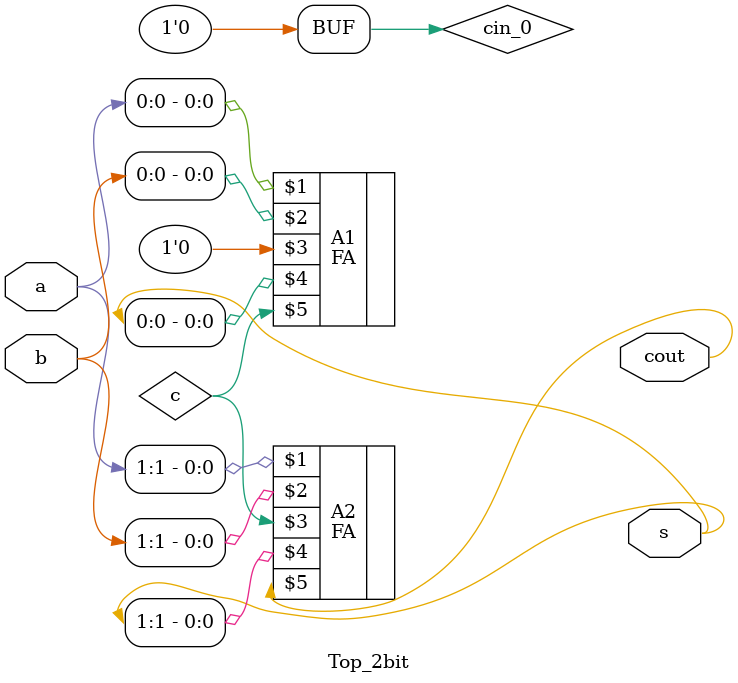
<source format=v>
`timescale 1ns / 1ps


module Top_2bit(a, b, cout, s);
	input [1:0] a, b;
	output cout; 
	wire cin_0;
	output [1:0] s;

	wire c;

	assign cin_0 = 1'b0;

	FA A1 (a[0], b[0], cin_0, s[0], c);
	FA A2 (a[1], b[1], c, s[1], cout);
endmodule


</source>
